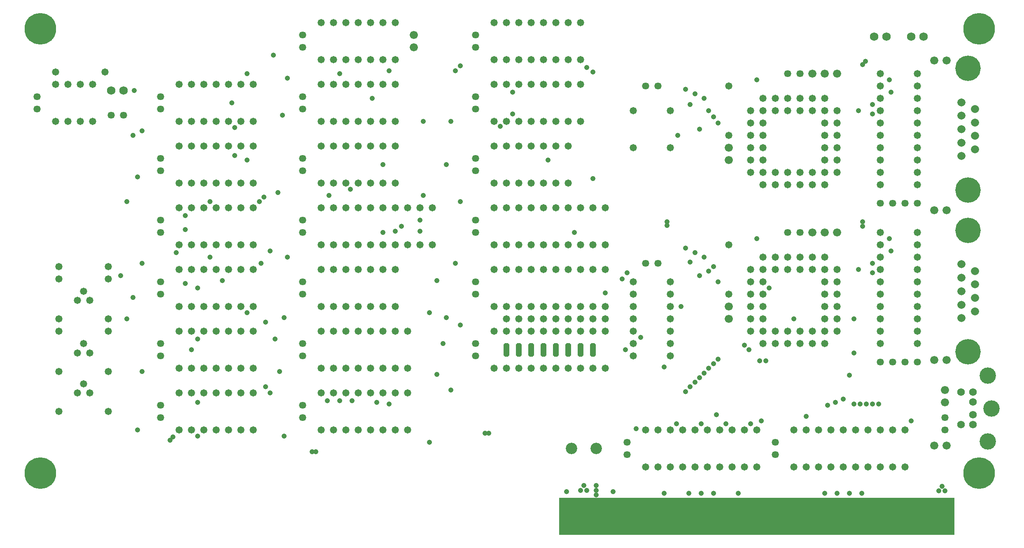
<source format=gbs>
G75*
G70*
%OFA0B0*%
%FSLAX24Y24*%
%IPPOS*%
%LPD*%
%AMOC8*
5,1,8,0,0,1.08239X$1,22.5*
%
%ADD10C,0.0320*%
%ADD11C,0.0580*%
%ADD12R,3.2000X0.3000*%
%ADD13C,0.1326*%
%ADD14C,0.0614*%
%ADD15C,0.0575*%
%ADD16C,0.0690*%
%ADD17C,0.0660*%
%ADD18C,0.2060*%
%ADD19C,0.0654*%
%ADD20C,0.0920*%
%ADD21C,0.2560*%
%ADD22C,0.0417*%
D10*
X039868Y014725D02*
X039993Y014725D01*
X039993Y015475D01*
X039868Y015475D01*
X039868Y014725D01*
X039868Y014885D02*
X039993Y014885D01*
X039993Y015203D02*
X039868Y015203D01*
X040868Y015203D02*
X040993Y015203D01*
X040993Y015475D02*
X040993Y014725D01*
X040868Y014725D01*
X040868Y015475D01*
X040993Y015475D01*
X040993Y014885D02*
X040868Y014885D01*
X041868Y014885D02*
X041993Y014885D01*
X041993Y014725D02*
X041868Y014725D01*
X041868Y015475D01*
X041993Y015475D01*
X041993Y014725D01*
X041993Y015203D02*
X041868Y015203D01*
X042868Y015203D02*
X042993Y015203D01*
X042993Y015475D02*
X042993Y014725D01*
X042868Y014725D01*
X042868Y015475D01*
X042993Y015475D01*
X042993Y014885D02*
X042868Y014885D01*
X043868Y014885D02*
X043993Y014885D01*
X043993Y014725D02*
X043868Y014725D01*
X043868Y015475D01*
X043993Y015475D01*
X043993Y014725D01*
X043993Y015203D02*
X043868Y015203D01*
X044868Y015203D02*
X044993Y015203D01*
X044993Y015475D02*
X044993Y014725D01*
X044868Y014725D01*
X044868Y015475D01*
X044993Y015475D01*
X044993Y014885D02*
X044868Y014885D01*
X045868Y014885D02*
X045993Y014885D01*
X045993Y014725D02*
X045868Y014725D01*
X045868Y015475D01*
X045993Y015475D01*
X045993Y014725D01*
X045993Y015203D02*
X045868Y015203D01*
X046868Y015203D02*
X046993Y015203D01*
X046993Y015475D02*
X046993Y014725D01*
X046868Y014725D01*
X046868Y015475D01*
X046993Y015475D01*
X046993Y014885D02*
X046868Y014885D01*
D11*
X046930Y013600D03*
X047930Y013600D03*
X050180Y014600D03*
X050180Y015600D03*
X050180Y016600D03*
X050180Y017600D03*
X050180Y018600D03*
X050180Y019600D03*
X047930Y018600D03*
X046930Y018600D03*
X046930Y017600D03*
X047930Y017600D03*
X047930Y016600D03*
X046930Y016600D03*
X045930Y016600D03*
X044930Y016600D03*
X043930Y016600D03*
X042930Y016600D03*
X041930Y016600D03*
X040930Y016600D03*
X039930Y016600D03*
X038930Y016600D03*
X039930Y017600D03*
X040930Y017600D03*
X041930Y017600D03*
X042930Y017600D03*
X043930Y017600D03*
X044930Y017600D03*
X045930Y017600D03*
X045930Y018600D03*
X044930Y018600D03*
X043930Y018600D03*
X042930Y018600D03*
X041930Y018600D03*
X040930Y018600D03*
X039930Y018600D03*
X038930Y018600D03*
X038930Y021600D03*
X039930Y021600D03*
X040930Y021600D03*
X041930Y021600D03*
X042930Y021600D03*
X043930Y021600D03*
X044930Y021600D03*
X045930Y021600D03*
X046930Y021600D03*
X047930Y021600D03*
X050180Y020600D03*
X053180Y020600D03*
X053180Y019600D03*
X053180Y018600D03*
X053180Y017600D03*
X053180Y016600D03*
X053180Y015600D03*
X053180Y014600D03*
X059680Y016600D03*
X060680Y016600D03*
X061680Y016600D03*
X062680Y016600D03*
X063680Y016600D03*
X064680Y016600D03*
X065680Y016600D03*
X066680Y016600D03*
X066680Y017600D03*
X065680Y017600D03*
X065680Y018600D03*
X066680Y018600D03*
X066680Y019600D03*
X065680Y019600D03*
X065680Y020600D03*
X066680Y020600D03*
X066680Y021600D03*
X065680Y021600D03*
X064680Y021600D03*
X063680Y021600D03*
X063680Y022600D03*
X064680Y022600D03*
X065680Y022600D03*
X062680Y022600D03*
X061680Y022600D03*
X060680Y022600D03*
X060680Y021600D03*
X059680Y021600D03*
X059680Y020600D03*
X060680Y020600D03*
X061680Y021600D03*
X062680Y021600D03*
X060680Y019600D03*
X059680Y019600D03*
X059680Y018600D03*
X060680Y018600D03*
X060680Y017600D03*
X059680Y017600D03*
X057930Y019600D03*
X060680Y015600D03*
X061680Y015600D03*
X062680Y015600D03*
X063680Y015600D03*
X064680Y015600D03*
X065680Y015600D03*
X070180Y015600D03*
X070180Y016600D03*
X070180Y017600D03*
X070180Y018600D03*
X070180Y019600D03*
X070180Y020600D03*
X070180Y021600D03*
X070180Y022600D03*
X070180Y023600D03*
X070180Y024600D03*
X073180Y024600D03*
X073180Y023600D03*
X073180Y022600D03*
X073180Y021600D03*
X073180Y020600D03*
X073180Y019600D03*
X073180Y018600D03*
X073180Y017600D03*
X073180Y016600D03*
X073180Y015600D03*
X072180Y008600D03*
X071180Y008600D03*
X070180Y008600D03*
X069180Y008600D03*
X068180Y008600D03*
X067180Y008600D03*
X066180Y008600D03*
X065180Y008600D03*
X064180Y008600D03*
X063180Y008600D03*
X060180Y008600D03*
X059180Y008600D03*
X058180Y008600D03*
X057180Y008600D03*
X056180Y008600D03*
X055180Y008600D03*
X054180Y008600D03*
X053180Y008600D03*
X052180Y008600D03*
X051180Y008600D03*
X051180Y005600D03*
X052180Y005600D03*
X053180Y005600D03*
X054180Y005600D03*
X055180Y005600D03*
X056180Y005600D03*
X057180Y005600D03*
X058180Y005600D03*
X059180Y005600D03*
X060180Y005600D03*
X063180Y005600D03*
X064180Y005600D03*
X065180Y005600D03*
X066180Y005600D03*
X067180Y005600D03*
X068180Y005600D03*
X069180Y005600D03*
X070180Y005600D03*
X071180Y005600D03*
X072180Y005600D03*
X045930Y013600D03*
X044930Y013600D03*
X043930Y013600D03*
X042930Y013600D03*
X041930Y013600D03*
X040930Y013600D03*
X039930Y013600D03*
X038930Y013600D03*
X031930Y013600D03*
X030930Y013600D03*
X029930Y013600D03*
X028930Y013600D03*
X027930Y013600D03*
X026930Y013600D03*
X025930Y013600D03*
X024930Y013600D03*
X024930Y011600D03*
X025930Y011600D03*
X026930Y011600D03*
X027930Y011600D03*
X028930Y011600D03*
X029930Y011600D03*
X030930Y011600D03*
X031930Y011600D03*
X031930Y008600D03*
X030930Y008600D03*
X029930Y008600D03*
X028930Y008600D03*
X027930Y008600D03*
X026930Y008600D03*
X025930Y008600D03*
X024930Y008600D03*
X019430Y008600D03*
X018430Y008600D03*
X017430Y008600D03*
X016430Y008600D03*
X015430Y008600D03*
X014430Y008600D03*
X013430Y008600D03*
X013430Y011600D03*
X014430Y011600D03*
X015430Y011600D03*
X016430Y011600D03*
X017430Y011600D03*
X018430Y011600D03*
X019430Y011600D03*
X019430Y013600D03*
X018430Y013600D03*
X017430Y013600D03*
X016430Y013600D03*
X015430Y013600D03*
X014430Y013600D03*
X013430Y013600D03*
X013430Y016600D03*
X014430Y016600D03*
X015430Y016600D03*
X016430Y016600D03*
X017430Y016600D03*
X018430Y016600D03*
X019430Y016600D03*
X019430Y018600D03*
X018430Y018600D03*
X017430Y018600D03*
X016430Y018600D03*
X015430Y018600D03*
X014430Y018600D03*
X013430Y018600D03*
X013430Y021600D03*
X014430Y021600D03*
X015430Y021600D03*
X016430Y021600D03*
X017430Y021600D03*
X018430Y021600D03*
X019430Y021600D03*
X019430Y023600D03*
X018430Y023600D03*
X017430Y023600D03*
X016430Y023600D03*
X015430Y023600D03*
X014430Y023600D03*
X013430Y023600D03*
X013430Y026600D03*
X014430Y026600D03*
X015430Y026600D03*
X016430Y026600D03*
X017430Y026600D03*
X018430Y026600D03*
X019430Y026600D03*
X019430Y028600D03*
X018430Y028600D03*
X017430Y028600D03*
X016430Y028600D03*
X015430Y028600D03*
X014430Y028600D03*
X013430Y028600D03*
X013430Y031600D03*
X014430Y031600D03*
X015430Y031600D03*
X016430Y031600D03*
X017430Y031600D03*
X018430Y031600D03*
X019430Y031600D03*
X019430Y033600D03*
X018430Y033600D03*
X017430Y033600D03*
X016430Y033600D03*
X015430Y033600D03*
X014430Y033600D03*
X013430Y033600D03*
X013430Y036600D03*
X014430Y036600D03*
X015430Y036600D03*
X016430Y036600D03*
X017430Y036600D03*
X018430Y036600D03*
X019430Y036600D03*
X024930Y036600D03*
X025930Y036600D03*
X026930Y036600D03*
X027930Y036600D03*
X028930Y036600D03*
X029930Y036600D03*
X030930Y036600D03*
X030930Y038600D03*
X029930Y038600D03*
X028930Y038600D03*
X027930Y038600D03*
X026930Y038600D03*
X025930Y038600D03*
X024930Y038600D03*
X024930Y041600D03*
X025930Y041600D03*
X026930Y041600D03*
X027930Y041600D03*
X028930Y041600D03*
X029930Y041600D03*
X030930Y041600D03*
X038930Y041600D03*
X039930Y041600D03*
X040930Y041600D03*
X041930Y041600D03*
X042930Y041600D03*
X043930Y041600D03*
X044930Y041600D03*
X045930Y041600D03*
X045930Y038600D03*
X044930Y038600D03*
X043930Y038600D03*
X042930Y038600D03*
X041930Y038600D03*
X040930Y038600D03*
X039930Y038600D03*
X038930Y038600D03*
X038930Y036600D03*
X039930Y036600D03*
X040930Y036600D03*
X041930Y036600D03*
X042930Y036600D03*
X043930Y036600D03*
X044930Y036600D03*
X045930Y036600D03*
X050180Y034475D03*
X053180Y034475D03*
X057930Y032475D03*
X059680Y032475D03*
X060680Y032475D03*
X060680Y031475D03*
X059680Y031475D03*
X059680Y030475D03*
X060680Y030475D03*
X060680Y029475D03*
X059680Y029475D03*
X060680Y028475D03*
X061680Y028475D03*
X062680Y028475D03*
X062680Y029475D03*
X061680Y029475D03*
X063680Y029475D03*
X064680Y029475D03*
X065680Y029475D03*
X066680Y029475D03*
X066680Y030475D03*
X065680Y030475D03*
X065680Y031475D03*
X066680Y031475D03*
X066680Y032475D03*
X065680Y032475D03*
X065680Y033475D03*
X066680Y033475D03*
X066680Y034475D03*
X065680Y034475D03*
X064680Y034475D03*
X063680Y034475D03*
X063680Y035475D03*
X064680Y035475D03*
X065680Y035475D03*
X062680Y035475D03*
X061680Y035475D03*
X060680Y035475D03*
X060680Y034475D03*
X059680Y034475D03*
X061680Y034475D03*
X062680Y034475D03*
X060680Y033475D03*
X059680Y033475D03*
X057930Y036475D03*
X053180Y031475D03*
X050180Y031475D03*
X045930Y033600D03*
X044930Y033600D03*
X043930Y033600D03*
X042930Y033600D03*
X041930Y033600D03*
X040930Y033600D03*
X039930Y033600D03*
X038930Y033600D03*
X038930Y031600D03*
X039930Y031600D03*
X040930Y031600D03*
X041930Y031600D03*
X042930Y031600D03*
X043930Y031600D03*
X044930Y031600D03*
X044930Y028600D03*
X043930Y028600D03*
X042930Y028600D03*
X041930Y028600D03*
X040930Y028600D03*
X039930Y028600D03*
X038930Y028600D03*
X038930Y026600D03*
X039930Y026600D03*
X040930Y026600D03*
X041930Y026600D03*
X042930Y026600D03*
X043930Y026600D03*
X044930Y026600D03*
X045930Y026600D03*
X046930Y026600D03*
X047930Y026600D03*
X047930Y023600D03*
X046930Y023600D03*
X045930Y023600D03*
X044930Y023600D03*
X043930Y023600D03*
X042930Y023600D03*
X041930Y023600D03*
X040930Y023600D03*
X039930Y023600D03*
X038930Y023600D03*
X033930Y023600D03*
X032930Y023600D03*
X031930Y023600D03*
X030930Y023600D03*
X029930Y023600D03*
X028930Y023600D03*
X027930Y023600D03*
X026930Y023600D03*
X025930Y023600D03*
X024930Y023600D03*
X024930Y021600D03*
X025930Y021600D03*
X026930Y021600D03*
X027930Y021600D03*
X028930Y021600D03*
X029930Y021600D03*
X030930Y021600D03*
X030930Y018600D03*
X029930Y018600D03*
X028930Y018600D03*
X027930Y018600D03*
X026930Y018600D03*
X025930Y018600D03*
X024930Y018600D03*
X024930Y016600D03*
X025930Y016600D03*
X026930Y016600D03*
X027930Y016600D03*
X028930Y016600D03*
X029930Y016600D03*
X030930Y016600D03*
X031930Y016600D03*
X031930Y026600D03*
X030930Y026600D03*
X029930Y026600D03*
X028930Y026600D03*
X027930Y026600D03*
X026930Y026600D03*
X025930Y026600D03*
X024930Y026600D03*
X024930Y028600D03*
X025930Y028600D03*
X026930Y028600D03*
X027930Y028600D03*
X028930Y028600D03*
X029930Y028600D03*
X030930Y028600D03*
X032930Y026600D03*
X033930Y026600D03*
X030930Y031600D03*
X029930Y031600D03*
X028930Y031600D03*
X027930Y031600D03*
X026930Y031600D03*
X025930Y031600D03*
X024930Y031600D03*
X024930Y033600D03*
X025930Y033600D03*
X026930Y033600D03*
X027930Y033600D03*
X028930Y033600D03*
X029930Y033600D03*
X030930Y033600D03*
X007430Y037600D03*
X006430Y036600D03*
X005430Y036600D03*
X004430Y036600D03*
X003430Y036600D03*
X003430Y037600D03*
X003430Y033600D03*
X004430Y033600D03*
X005430Y033600D03*
X006430Y033600D03*
X007680Y021850D03*
X007680Y020850D03*
X005680Y019850D03*
X005180Y019100D03*
X006180Y019100D03*
X007680Y017600D03*
X007680Y016600D03*
X005680Y015600D03*
X005180Y014850D03*
X006180Y014850D03*
X007680Y013350D03*
X005680Y012350D03*
X005180Y011600D03*
X006180Y011600D03*
X007680Y010100D03*
X003680Y010100D03*
X003680Y013350D03*
X003680Y016600D03*
X003680Y017600D03*
X003680Y020850D03*
X003680Y021850D03*
X057930Y023600D03*
X063680Y028475D03*
X064680Y028475D03*
X065680Y028475D03*
X070180Y028475D03*
X070180Y029475D03*
X070180Y030475D03*
X070180Y031475D03*
X070180Y032475D03*
X070180Y033475D03*
X070180Y034475D03*
X070180Y035475D03*
X070180Y036475D03*
X070180Y037475D03*
X073180Y037475D03*
X073180Y036475D03*
X073180Y035475D03*
X073180Y034475D03*
X073180Y033475D03*
X073180Y032475D03*
X073180Y031475D03*
X073180Y030475D03*
X073180Y029475D03*
X073180Y028475D03*
D12*
X060180Y001600D03*
D13*
X078886Y007689D03*
X079205Y010350D03*
X078886Y013011D03*
D14*
X077705Y011669D03*
X076724Y011669D03*
X077705Y010862D03*
X077705Y009838D03*
X077705Y009031D03*
X076724Y009031D03*
D15*
X075430Y008600D03*
X075430Y009600D03*
X073180Y014100D03*
X072180Y014100D03*
X071180Y014100D03*
X070180Y014100D03*
X061680Y007600D03*
X061680Y006600D03*
X049680Y006600D03*
X049680Y007600D03*
X037430Y014600D03*
X037430Y015600D03*
X037430Y019600D03*
X037430Y020600D03*
X037430Y024600D03*
X037430Y025600D03*
X037430Y029600D03*
X037430Y030600D03*
X037430Y034600D03*
X037430Y035600D03*
X037430Y039600D03*
X037430Y040600D03*
X051180Y036475D03*
X052180Y036475D03*
X062680Y037475D03*
X063680Y037475D03*
X070180Y026975D03*
X071180Y026975D03*
X072180Y026975D03*
X073180Y026975D03*
X063680Y024600D03*
X062680Y024600D03*
X052180Y022100D03*
X051180Y022100D03*
X023430Y020600D03*
X023430Y019600D03*
X023430Y015600D03*
X023430Y014600D03*
X023430Y010600D03*
X023430Y009600D03*
X011930Y009600D03*
X011930Y010600D03*
X011930Y014600D03*
X011930Y015600D03*
X011930Y019600D03*
X011930Y020600D03*
X011930Y024600D03*
X011930Y025600D03*
X011930Y029600D03*
X011930Y030600D03*
X008930Y034100D03*
X007930Y034100D03*
X011930Y034600D03*
X011930Y035600D03*
X001930Y035600D03*
X001930Y034600D03*
X023430Y034600D03*
X023430Y035600D03*
X023430Y039600D03*
X023430Y040600D03*
X023430Y030600D03*
X023430Y029600D03*
X023430Y025600D03*
X023430Y024600D03*
D16*
X008930Y036100D03*
X007930Y036100D03*
X069680Y040475D03*
X070680Y040475D03*
X072680Y040475D03*
X073680Y040475D03*
D17*
X074555Y038538D03*
X075555Y038538D03*
X066680Y037475D03*
X065680Y037475D03*
X064680Y037475D03*
X057930Y031475D03*
X057930Y030475D03*
X064680Y024600D03*
X065680Y024600D03*
X066680Y024600D03*
X074555Y026413D03*
X075555Y026413D03*
X057930Y018600D03*
X057930Y017600D03*
X074555Y014288D03*
X075555Y014288D03*
X075430Y011850D03*
X075430Y010850D03*
X075555Y007350D03*
X074555Y007350D03*
X032430Y039600D03*
X032430Y040600D03*
D18*
X077305Y037894D03*
X077305Y028056D03*
X077305Y024769D03*
X077305Y014931D03*
D19*
X076746Y017669D03*
X076746Y018759D03*
X077864Y018214D03*
X077864Y019305D03*
X077864Y020395D03*
X076746Y019850D03*
X076746Y020941D03*
X077864Y021486D03*
X076746Y022031D03*
X076746Y030794D03*
X077864Y031339D03*
X076746Y031884D03*
X076746Y032975D03*
X077864Y032430D03*
X077864Y033520D03*
X076746Y034066D03*
X076746Y035156D03*
X077864Y034611D03*
D20*
X047180Y007100D03*
X045180Y007100D03*
D21*
X002180Y005100D03*
X002180Y041100D03*
X078180Y041100D03*
X078180Y005100D03*
D22*
X075430Y003663D03*
X075180Y004038D03*
X074930Y003663D03*
X068680Y003475D03*
X067680Y003475D03*
X066680Y003475D03*
X065680Y003475D03*
X058680Y003475D03*
X056680Y003475D03*
X055680Y003475D03*
X054680Y003475D03*
X052680Y003475D03*
X048555Y003600D03*
X047180Y003725D03*
X047180Y003350D03*
X046430Y003725D03*
X046180Y004100D03*
X045930Y003725D03*
X044805Y003600D03*
X047180Y004100D03*
X050430Y008725D03*
X053680Y009100D03*
X055680Y009100D03*
X056930Y009850D03*
X057680Y009100D03*
X059680Y009100D03*
X060555Y009350D03*
X064180Y009725D03*
X065930Y010600D03*
X066555Y010850D03*
X067180Y011100D03*
X068055Y010725D03*
X068555Y010725D03*
X069055Y010725D03*
X069555Y010725D03*
X070055Y010725D03*
X072680Y009350D03*
X067680Y013038D03*
X068055Y014850D03*
X068055Y017600D03*
X063180Y017600D03*
X059180Y015475D03*
X059555Y015100D03*
X060430Y014225D03*
X060930Y014225D03*
X057055Y014350D03*
X056680Y013975D03*
X056305Y013600D03*
X055930Y013225D03*
X055555Y012850D03*
X055180Y012475D03*
X054805Y012100D03*
X054430Y011725D03*
X052680Y013725D03*
X049555Y015100D03*
X050805Y016100D03*
X054055Y018600D03*
X057055Y020600D03*
X056305Y021475D03*
X056680Y021850D03*
X055930Y022600D03*
X055180Y022975D03*
X054430Y023350D03*
X054805Y022225D03*
X055555Y021100D03*
X049680Y021350D03*
X049305Y020850D03*
X047930Y019725D03*
X045430Y024600D03*
X052930Y025163D03*
X052930Y025475D03*
X046930Y028975D03*
X043305Y030475D03*
X039430Y033225D03*
X040430Y034225D03*
X040430Y035975D03*
X036180Y038100D03*
X035805Y037725D03*
X030430Y037725D03*
X029055Y035475D03*
X026430Y037475D03*
X022180Y037100D03*
X021055Y038975D03*
X018930Y037475D03*
X017680Y035100D03*
X021805Y034100D03*
X017930Y033100D03*
X017930Y030850D03*
X018930Y030475D03*
X021430Y027850D03*
X020305Y027475D03*
X019930Y027100D03*
X015930Y027100D03*
X013930Y025975D03*
X013930Y024850D03*
X013180Y022975D03*
X010430Y022100D03*
X008680Y021100D03*
X009680Y019350D03*
X009180Y017600D03*
X013930Y020475D03*
X014930Y020100D03*
X016930Y020725D03*
X020055Y022100D03*
X020805Y023100D03*
X022180Y022600D03*
X015930Y022600D03*
X018930Y018100D03*
X020430Y017350D03*
X021930Y017725D03*
X021180Y015975D03*
X021555Y013350D03*
X020430Y012100D03*
X020805Y011600D03*
X025430Y010975D03*
X026430Y010975D03*
X027430Y010975D03*
X029430Y010850D03*
X030430Y010725D03*
X034305Y013100D03*
X035430Y011850D03*
X034805Y015600D03*
X036180Y017100D03*
X035055Y017725D03*
X033680Y018100D03*
X034305Y020725D03*
X035805Y022100D03*
X032930Y024725D03*
X032930Y025600D03*
X031430Y025100D03*
X030930Y024725D03*
X029930Y024600D03*
X033180Y027600D03*
X036180Y027100D03*
X035055Y030100D03*
X029930Y030100D03*
X027305Y028100D03*
X025555Y027600D03*
X033180Y033600D03*
X035430Y033600D03*
X046430Y037975D03*
X046930Y037600D03*
X054430Y036225D03*
X055180Y035850D03*
X055930Y035475D03*
X054805Y034975D03*
X056305Y034475D03*
X056680Y033975D03*
X057055Y033475D03*
X055555Y032975D03*
X053805Y032475D03*
X060180Y036975D03*
X068430Y034475D03*
X069555Y034225D03*
X069555Y034975D03*
X071055Y035975D03*
X070930Y036975D03*
X068743Y038225D03*
X068993Y038475D03*
X068743Y025475D03*
X068743Y025100D03*
X070930Y024100D03*
X071055Y023100D03*
X069555Y022100D03*
X068430Y021600D03*
X069555Y021350D03*
X061180Y020100D03*
X060180Y024100D03*
X038493Y008350D03*
X038180Y008350D03*
X033680Y007600D03*
X024493Y006850D03*
X024180Y006850D03*
X021930Y008100D03*
X014930Y008100D03*
X012930Y008038D03*
X012680Y007788D03*
X010055Y008600D03*
X014930Y010850D03*
X010430Y013350D03*
X014430Y015100D03*
X014930Y015975D03*
X009180Y027100D03*
X010055Y029100D03*
X009680Y032475D03*
X010430Y032850D03*
X009805Y036100D03*
M02*

</source>
